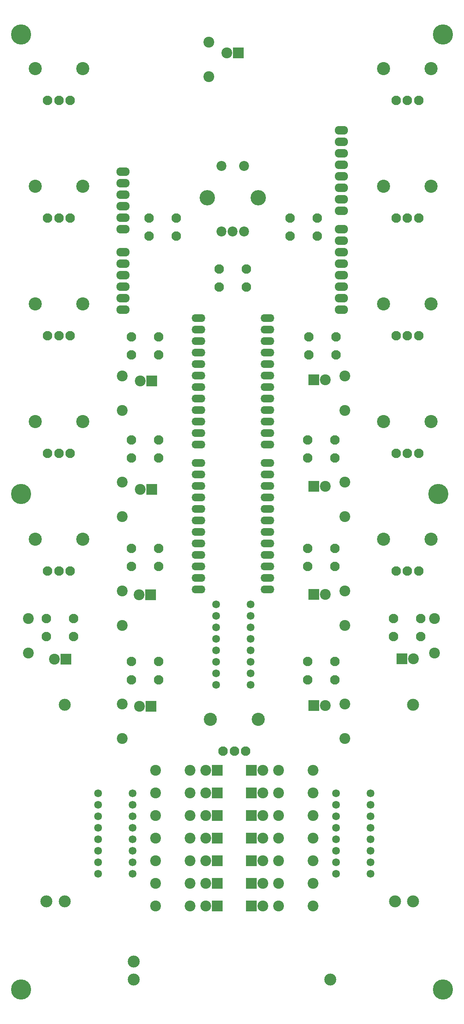
<source format=gbr>
G04 #@! TF.FileFunction,Soldermask,Top*
%FSLAX46Y46*%
G04 Gerber Fmt 4.6, Leading zero omitted, Abs format (unit mm)*
G04 Created by KiCad (PCBNEW 4.0.6) date Friday, April 27, 2018 'PMt' 06:23:04 PM*
%MOMM*%
%LPD*%
G01*
G04 APERTURE LIST*
%ADD10C,0.100000*%
%ADD11C,4.464000*%
%ADD12C,2.200000*%
%ADD13C,3.400000*%
%ADD14C,2.900000*%
%ADD15C,2.100000*%
%ADD16R,2.400000X2.400000*%
%ADD17C,2.400000*%
%ADD18C,2.398980*%
%ADD19O,2.940000X1.924000*%
%ADD20C,1.720800*%
%ADD21O,3.041600X1.720800*%
%ADD22C,2.647900*%
G04 APERTURE END LIST*
D10*
D11*
X58400000Y-99700000D03*
X150600000Y-99700000D03*
X58400000Y-209200000D03*
X151600000Y-209200000D03*
X151600000Y1800000D03*
D12*
X102650000Y-27250000D03*
X102650000Y-41750000D03*
X105150000Y-41750000D03*
X107650000Y-41750000D03*
X107650000Y-27250000D03*
D13*
X110750000Y-34250000D03*
X99550000Y-34250000D03*
D14*
X149000000Y-57750000D03*
D15*
X143750000Y-64750000D03*
X146250000Y-64750000D03*
X141250000Y-64750000D03*
D14*
X138500000Y-57750000D03*
D15*
X70000000Y-131250000D03*
X64000000Y-131250000D03*
X70000000Y-127250000D03*
X64000000Y-127250000D03*
X88750000Y-140750000D03*
X82750000Y-140750000D03*
X88750000Y-136750000D03*
X82750000Y-136750000D03*
X88750000Y-115750000D03*
X82750000Y-115750000D03*
X88750000Y-111750000D03*
X82750000Y-111750000D03*
X88750000Y-91750000D03*
X82750000Y-91750000D03*
X88750000Y-87750000D03*
X82750000Y-87750000D03*
X88750000Y-69000000D03*
X82750000Y-69000000D03*
X88750000Y-65000000D03*
X82750000Y-65000000D03*
X92650000Y-42750000D03*
X86650000Y-42750000D03*
X92650000Y-38750000D03*
X86650000Y-38750000D03*
X146650000Y-131200000D03*
X140650000Y-131200000D03*
X146650000Y-127200000D03*
X140650000Y-127200000D03*
X127750000Y-140750000D03*
X121750000Y-140750000D03*
X127750000Y-136750000D03*
X121750000Y-136750000D03*
X127750000Y-115750000D03*
X121750000Y-115750000D03*
X127750000Y-111750000D03*
X121750000Y-111750000D03*
X127750000Y-91750000D03*
X121750000Y-91750000D03*
X127750000Y-87750000D03*
X121750000Y-87750000D03*
X127950000Y-69000000D03*
X121950000Y-69000000D03*
X127950000Y-65000000D03*
X121950000Y-65000000D03*
X123800000Y-42750000D03*
X117800000Y-42750000D03*
X123800000Y-38750000D03*
X117800000Y-38750000D03*
X108150000Y-54000000D03*
X102150000Y-54000000D03*
X108150000Y-50000000D03*
X102150000Y-50000000D03*
D16*
X68250000Y-136250000D03*
D17*
X65710000Y-136250000D03*
D16*
X87050000Y-146600000D03*
D17*
X84510000Y-146600000D03*
D16*
X87000000Y-122000000D03*
D17*
X84460000Y-122000000D03*
D16*
X87250000Y-98750000D03*
D17*
X84710000Y-98750000D03*
D16*
X87250000Y-74750000D03*
D17*
X84710000Y-74750000D03*
D16*
X106400000Y-2250000D03*
D17*
X103860000Y-2250000D03*
D16*
X142500000Y-136100000D03*
D17*
X145040000Y-136100000D03*
D16*
X123100000Y-146500000D03*
D17*
X125640000Y-146500000D03*
D16*
X123100000Y-121900000D03*
D17*
X125640000Y-121900000D03*
D16*
X123100000Y-98000000D03*
D17*
X125640000Y-98000000D03*
D16*
X123100000Y-74500000D03*
D17*
X125640000Y-74500000D03*
D14*
X72000000Y-109750000D03*
D15*
X66750000Y-116750000D03*
X69250000Y-116750000D03*
X64250000Y-116750000D03*
D14*
X61500000Y-109750000D03*
X72000000Y-83750000D03*
D15*
X66750000Y-90750000D03*
X69250000Y-90750000D03*
X64250000Y-90750000D03*
D14*
X61500000Y-83750000D03*
X72000000Y-57750000D03*
D15*
X66750000Y-64750000D03*
X69250000Y-64750000D03*
X64250000Y-64750000D03*
D14*
X61500000Y-57750000D03*
X72000000Y-31750000D03*
D15*
X66750000Y-38750000D03*
X69250000Y-38750000D03*
X64250000Y-38750000D03*
D14*
X61500000Y-31750000D03*
X72000000Y-5750000D03*
D15*
X66750000Y-12750000D03*
X69250000Y-12750000D03*
X64250000Y-12750000D03*
D14*
X61500000Y-5750000D03*
X110750000Y-149500000D03*
D15*
X105500000Y-156500000D03*
X108000000Y-156500000D03*
X103000000Y-156500000D03*
D14*
X100250000Y-149500000D03*
X149000000Y-109750000D03*
D15*
X143750000Y-116750000D03*
X146250000Y-116750000D03*
X141250000Y-116750000D03*
D14*
X138500000Y-109750000D03*
X149000000Y-83750000D03*
D15*
X143750000Y-90750000D03*
X146250000Y-90750000D03*
X141250000Y-90750000D03*
D14*
X138500000Y-83750000D03*
X149000000Y-31750000D03*
D15*
X143750000Y-38750000D03*
X146250000Y-38750000D03*
X141250000Y-38750000D03*
D14*
X138500000Y-31750000D03*
X149000000Y-5750000D03*
D15*
X143750000Y-12750000D03*
X146250000Y-12750000D03*
X141250000Y-12750000D03*
D14*
X138500000Y-5750000D03*
D18*
X60000000Y-127250000D03*
X60000000Y-134870000D03*
X80750000Y-153750000D03*
X80750000Y-146130000D03*
X80750000Y-128750000D03*
X80750000Y-121130000D03*
X80750000Y-104750000D03*
X80750000Y-97130000D03*
X80750000Y-81250000D03*
X80750000Y-73630000D03*
X99900000Y-7500000D03*
X99900000Y120000D03*
X149750000Y-127250000D03*
X149750000Y-134870000D03*
X129950000Y-153750000D03*
X129950000Y-146130000D03*
X129950000Y-128750000D03*
X129950000Y-121130000D03*
X129950000Y-104750000D03*
X129950000Y-97130000D03*
X129950000Y-81250000D03*
X129950000Y-73630000D03*
X95750000Y-190750000D03*
X88130000Y-190750000D03*
X95750000Y-185750000D03*
X88130000Y-185750000D03*
X95750000Y-180750000D03*
X88130000Y-180750000D03*
X95750000Y-175750000D03*
X88130000Y-175750000D03*
X95750000Y-170750000D03*
X88130000Y-170750000D03*
X95750000Y-165750000D03*
X88130000Y-165750000D03*
X95750000Y-160750000D03*
X88130000Y-160750000D03*
X115250000Y-190750000D03*
X122870000Y-190750000D03*
X115250000Y-185750000D03*
X122870000Y-185750000D03*
X115250000Y-180750000D03*
X122870000Y-180750000D03*
X115250000Y-175750000D03*
X122870000Y-175750000D03*
X115250000Y-170750000D03*
X122870000Y-170750000D03*
X115250000Y-165750000D03*
X122870000Y-165750000D03*
X115250000Y-160750000D03*
X122870000Y-160750000D03*
D19*
X80890000Y-59000000D03*
X80890000Y-56460000D03*
X80890000Y-53920000D03*
X80890000Y-46300000D03*
X80890000Y-48840000D03*
X80890000Y-51380000D03*
X80890000Y-41220000D03*
X80890000Y-38680000D03*
X80890000Y-36140000D03*
X80890000Y-31060000D03*
X80890000Y-28520000D03*
X129150000Y-59000000D03*
X129150000Y-56460000D03*
X129150000Y-53920000D03*
X129150000Y-51380000D03*
X129150000Y-48840000D03*
X129150000Y-46300000D03*
X129150000Y-43760000D03*
X129150000Y-41220000D03*
X129150000Y-37156000D03*
X129150000Y-34616000D03*
X129150000Y-32076000D03*
X129150000Y-29536000D03*
X129150000Y-26996000D03*
X129150000Y-24456000D03*
X129150000Y-21916000D03*
X129150000Y-19376000D03*
X80890000Y-33600000D03*
D16*
X101750000Y-190750000D03*
D17*
X99210000Y-190750000D03*
D16*
X101750000Y-185750000D03*
D17*
X99210000Y-185750000D03*
D16*
X101750000Y-180750000D03*
D17*
X99210000Y-180750000D03*
D16*
X101750000Y-175750000D03*
D17*
X99210000Y-175750000D03*
D16*
X101750000Y-170750000D03*
D17*
X99210000Y-170750000D03*
D16*
X101750000Y-165750000D03*
D17*
X99210000Y-165750000D03*
D16*
X101750000Y-160750000D03*
D17*
X99210000Y-160750000D03*
D16*
X109250000Y-190750000D03*
D17*
X111790000Y-190750000D03*
D16*
X109250000Y-185750000D03*
D17*
X111790000Y-185750000D03*
D16*
X109250000Y-180750000D03*
D17*
X111790000Y-180750000D03*
D16*
X109250000Y-175750000D03*
D17*
X111790000Y-175750000D03*
D16*
X109250000Y-170750000D03*
D17*
X111790000Y-170750000D03*
D16*
X109250000Y-165750000D03*
D17*
X111790000Y-165750000D03*
D16*
X109250000Y-160750000D03*
D17*
X111790000Y-160750000D03*
D20*
X101440000Y-124110000D03*
X101440000Y-126650000D03*
X101440000Y-129190000D03*
X101440000Y-131730000D03*
X101440000Y-134270000D03*
X101440000Y-136810000D03*
X101440000Y-139350000D03*
X101440000Y-141890000D03*
X109060000Y-141890000D03*
X109060000Y-139350000D03*
X109060000Y-136810000D03*
X109060000Y-134270000D03*
X109060000Y-131730000D03*
X109060000Y-129190000D03*
X109060000Y-126650000D03*
X109060000Y-124110000D03*
X83060000Y-183640000D03*
X83060000Y-181100000D03*
X83060000Y-178560000D03*
X83060000Y-176020000D03*
X83060000Y-173480000D03*
X83060000Y-170940000D03*
X83060000Y-168400000D03*
X83060000Y-165860000D03*
X75440000Y-165860000D03*
X75440000Y-168400000D03*
X75440000Y-170940000D03*
X75440000Y-173480000D03*
X75440000Y-176020000D03*
X75440000Y-178560000D03*
X75440000Y-181100000D03*
X75440000Y-183640000D03*
X127940000Y-165860000D03*
X127940000Y-168400000D03*
X127940000Y-170940000D03*
X127940000Y-173480000D03*
X127940000Y-176020000D03*
X127940000Y-178560000D03*
X127940000Y-181100000D03*
X127940000Y-183640000D03*
X135560000Y-183640000D03*
X135560000Y-181100000D03*
X135560000Y-178560000D03*
X135560000Y-176020000D03*
X135560000Y-173480000D03*
X135560000Y-170940000D03*
X135560000Y-168400000D03*
X135560000Y-165860000D03*
D11*
X58400000Y1800000D03*
D21*
X97580000Y-92830000D03*
X97580000Y-95370000D03*
X97580000Y-97910000D03*
X97580000Y-100450000D03*
X97580000Y-102990000D03*
X97580000Y-105530000D03*
X97580000Y-108070000D03*
X97580000Y-110610000D03*
X97580000Y-113150000D03*
X97580000Y-115690000D03*
X97580000Y-118230000D03*
X97580000Y-120770000D03*
X112820000Y-120770000D03*
X112820000Y-118230000D03*
X112820000Y-115690000D03*
X112820000Y-113150000D03*
X112820000Y-110610000D03*
X112820000Y-108070000D03*
X112820000Y-105530000D03*
X112820000Y-102990000D03*
X112820000Y-100450000D03*
X112820000Y-97910000D03*
X112820000Y-95370000D03*
X112820000Y-92830000D03*
X97580000Y-60830000D03*
X97580000Y-63370000D03*
X97580000Y-65910000D03*
X97580000Y-68450000D03*
X97580000Y-70990000D03*
X97580000Y-73530000D03*
X97580000Y-76070000D03*
X97580000Y-78610000D03*
X97580000Y-81150000D03*
X97580000Y-83690000D03*
X97580000Y-86230000D03*
X97580000Y-88770000D03*
X112820000Y-88770000D03*
X112820000Y-86230000D03*
X112820000Y-83690000D03*
X112820000Y-81150000D03*
X112820000Y-78610000D03*
X112820000Y-76070000D03*
X112820000Y-73530000D03*
X112820000Y-70990000D03*
X112820000Y-68450000D03*
X112820000Y-65910000D03*
X112820000Y-63370000D03*
X112820000Y-60830000D03*
D22*
X144998980Y-146252520D03*
X144998980Y-189747480D03*
X141001020Y-189747480D03*
X67998980Y-146252520D03*
X67998980Y-189747480D03*
X64001020Y-189747480D03*
X126747480Y-206998980D03*
X83252520Y-206998980D03*
X83252520Y-203001020D03*
M02*

</source>
